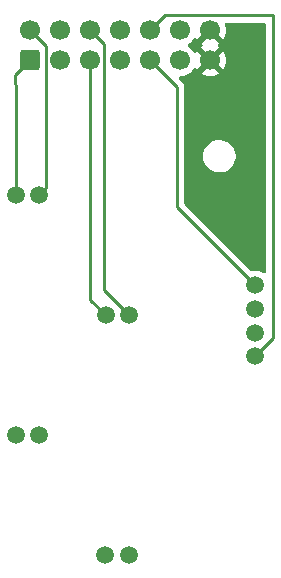
<source format=gbr>
%TF.GenerationSoftware,KiCad,Pcbnew,8.0.3*%
%TF.CreationDate,2024-07-16T15:02:39-04:00*%
%TF.ProjectId,Pheripheral-Scout,50686572-6970-4686-9572-616c2d53636f,rev?*%
%TF.SameCoordinates,Original*%
%TF.FileFunction,Copper,L1,Top*%
%TF.FilePolarity,Positive*%
%FSLAX46Y46*%
G04 Gerber Fmt 4.6, Leading zero omitted, Abs format (unit mm)*
G04 Created by KiCad (PCBNEW 8.0.3) date 2024-07-16 15:02:39*
%MOMM*%
%LPD*%
G01*
G04 APERTURE LIST*
G04 Aperture macros list*
%AMRoundRect*
0 Rectangle with rounded corners*
0 $1 Rounding radius*
0 $2 $3 $4 $5 $6 $7 $8 $9 X,Y pos of 4 corners*
0 Add a 4 corners polygon primitive as box body*
4,1,4,$2,$3,$4,$5,$6,$7,$8,$9,$2,$3,0*
0 Add four circle primitives for the rounded corners*
1,1,$1+$1,$2,$3*
1,1,$1+$1,$4,$5*
1,1,$1+$1,$6,$7*
1,1,$1+$1,$8,$9*
0 Add four rect primitives between the rounded corners*
20,1,$1+$1,$2,$3,$4,$5,0*
20,1,$1+$1,$4,$5,$6,$7,0*
20,1,$1+$1,$6,$7,$8,$9,0*
20,1,$1+$1,$8,$9,$2,$3,0*%
G04 Aperture macros list end*
%TA.AperFunction,ComponentPad*%
%ADD10C,1.500000*%
%TD*%
%TA.AperFunction,ComponentPad*%
%ADD11RoundRect,0.250000X0.600000X-0.600000X0.600000X0.600000X-0.600000X0.600000X-0.600000X-0.600000X0*%
%TD*%
%TA.AperFunction,ComponentPad*%
%ADD12C,1.700000*%
%TD*%
%TA.AperFunction,Conductor*%
%ADD13C,0.250000*%
%TD*%
G04 APERTURE END LIST*
D10*
%TO.P,J5,1*%
%TO.N,/2B*%
X124460000Y-93980000D03*
%TO.P,J5,2*%
%TO.N,/2A*%
X124460000Y-95980000D03*
%TO.P,J5,3*%
%TO.N,/1A*%
X124460000Y-97980000D03*
%TO.P,J5,4*%
%TO.N,/1B*%
X124460000Y-99980000D03*
%TD*%
%TO.P,J2,1*%
%TO.N,/BL_Cathode*%
X104180000Y-106680000D03*
%TO.P,J2,2*%
%TO.N,/BL_Anode*%
X106180000Y-106680000D03*
%TD*%
%TO.P,J3,1*%
%TO.N,/S1P1*%
X111800000Y-96520000D03*
%TO.P,J3,2*%
%TO.N,/S1P2*%
X113800000Y-96520000D03*
%TD*%
D11*
%TO.P,J6,1,Pin_1*%
%TO.N,/TL_Cathode*%
X105410000Y-74930000D03*
D12*
%TO.P,J6,2,Pin_2*%
%TO.N,/TL_Anode*%
X105410000Y-72390000D03*
%TO.P,J6,3,Pin_3*%
%TO.N,/BL_Cathode*%
X107950000Y-74930000D03*
%TO.P,J6,4,Pin_4*%
%TO.N,/BL_Anode*%
X107950000Y-72390000D03*
%TO.P,J6,5,Pin_5*%
%TO.N,/S1P1*%
X110490000Y-74930000D03*
%TO.P,J6,6,Pin_6*%
%TO.N,/S1P2*%
X110490000Y-72390000D03*
%TO.P,J6,7,Pin_7*%
%TO.N,/S2P1*%
X113030000Y-74930000D03*
%TO.P,J6,8,Pin_8*%
%TO.N,/S2P2*%
X113030000Y-72390000D03*
%TO.P,J6,9,Pin_9*%
%TO.N,/2B*%
X115570000Y-74930000D03*
%TO.P,J6,10,Pin_10*%
%TO.N,/1B*%
X115570000Y-72390000D03*
%TO.P,J6,11,Pin_11*%
%TO.N,/2A*%
X118110000Y-74930000D03*
%TO.P,J6,12,Pin_12*%
%TO.N,/1A*%
X118110000Y-72390000D03*
%TO.P,J6,13,Pin_13*%
%TO.N,GND*%
X120650000Y-74930000D03*
%TO.P,J6,14,Pin_14*%
X120650000Y-72390000D03*
%TD*%
D10*
%TO.P,J4,1*%
%TO.N,/S2P1*%
X111760000Y-116840000D03*
%TO.P,J4,2*%
%TO.N,/S2P2*%
X113760000Y-116840000D03*
%TD*%
%TO.P,J1,1*%
%TO.N,/TL_Cathode*%
X104180000Y-86360000D03*
%TO.P,J1,2*%
%TO.N,/TL_Anode*%
X106180000Y-86360000D03*
%TD*%
D13*
%TO.N,/S1P2*%
X111665000Y-73565000D02*
X111665000Y-94385000D01*
X110490000Y-72390000D02*
X111665000Y-73565000D01*
X111665000Y-94385000D02*
X113800000Y-96520000D01*
%TO.N,/2B*%
X117856000Y-87376000D02*
X124460000Y-93980000D01*
X115570000Y-74930000D02*
X117856000Y-77216000D01*
X117856000Y-77216000D02*
X117856000Y-87376000D01*
%TO.N,/TL_Anode*%
X106775000Y-73755000D02*
X106775000Y-85765000D01*
X105410000Y-72390000D02*
X106775000Y-73755000D01*
X106775000Y-85765000D02*
X106180000Y-86360000D01*
%TO.N,/TL_Cathode*%
X104140000Y-76200000D02*
X104140000Y-76962000D01*
X104180000Y-77002000D02*
X104180000Y-86360000D01*
X105410000Y-74930000D02*
X104140000Y-76200000D01*
X104140000Y-76962000D02*
X104180000Y-77002000D01*
%TO.N,/S1P1*%
X110490000Y-95210000D02*
X111800000Y-96520000D01*
X110490000Y-74930000D02*
X110490000Y-95210000D01*
%TO.N,/1B*%
X125984000Y-98456000D02*
X124460000Y-99980000D01*
X125984000Y-71120000D02*
X125984000Y-98456000D01*
X116840000Y-71120000D02*
X125984000Y-71120000D01*
X115570000Y-72390000D02*
X116840000Y-71120000D01*
%TD*%
%TA.AperFunction,Conductor*%
%TO.N,GND*%
G36*
X125301539Y-71765185D02*
G01*
X125347294Y-71817989D01*
X125358500Y-71869500D01*
X125358500Y-92844355D01*
X125338815Y-92911394D01*
X125286011Y-92957149D01*
X125216853Y-92967093D01*
X125163377Y-92945930D01*
X125087643Y-92892900D01*
X125087639Y-92892898D01*
X124983538Y-92844355D01*
X124889330Y-92800425D01*
X124889326Y-92800424D01*
X124889322Y-92800422D01*
X124677977Y-92743793D01*
X124460002Y-92724723D01*
X124459998Y-92724723D01*
X124314682Y-92737436D01*
X124242023Y-92743793D01*
X124242021Y-92743793D01*
X124242017Y-92743794D01*
X124205775Y-92753505D01*
X124135925Y-92751842D01*
X124086002Y-92721411D01*
X118517819Y-87153228D01*
X118484334Y-87091905D01*
X118481500Y-87065547D01*
X118481500Y-83039995D01*
X120062515Y-83039995D01*
X120062515Y-83040000D01*
X120082326Y-83272790D01*
X120141199Y-83498894D01*
X120237432Y-83711787D01*
X120237437Y-83711795D01*
X120368265Y-83905362D01*
X120529930Y-84074040D01*
X120529931Y-84074041D01*
X120717769Y-84212966D01*
X120717771Y-84212967D01*
X120717774Y-84212969D01*
X120926396Y-84318154D01*
X121149792Y-84386568D01*
X121381538Y-84416244D01*
X121614965Y-84406328D01*
X121843359Y-84357106D01*
X122060149Y-84269992D01*
X122259099Y-84147494D01*
X122434484Y-83993136D01*
X122581260Y-83811357D01*
X122695204Y-83607388D01*
X122773038Y-83387096D01*
X122812523Y-83156819D01*
X122815000Y-83040000D01*
X122812523Y-82923181D01*
X122773038Y-82692904D01*
X122695204Y-82472612D01*
X122695203Y-82472609D01*
X122581259Y-82268642D01*
X122434484Y-82086864D01*
X122434480Y-82086860D01*
X122342557Y-82005958D01*
X122259099Y-81932506D01*
X122060149Y-81810008D01*
X121843359Y-81722894D01*
X121843360Y-81722894D01*
X121614963Y-81673671D01*
X121381540Y-81663755D01*
X121149795Y-81693431D01*
X120926396Y-81761846D01*
X120926390Y-81761849D01*
X120717769Y-81867033D01*
X120529931Y-82005958D01*
X120529930Y-82005959D01*
X120368265Y-82174637D01*
X120237437Y-82368204D01*
X120237432Y-82368212D01*
X120141199Y-82581105D01*
X120082326Y-82807209D01*
X120062515Y-83039995D01*
X118481500Y-83039995D01*
X118481500Y-77154396D01*
X118481500Y-77154394D01*
X118479523Y-77144457D01*
X118479523Y-77144452D01*
X118479522Y-77144453D01*
X118479522Y-77144452D01*
X118457463Y-77033549D01*
X118453344Y-77023606D01*
X118410311Y-76919714D01*
X118410309Y-76919712D01*
X118410309Y-76919710D01*
X118341858Y-76817267D01*
X118341855Y-76817263D01*
X118251637Y-76727045D01*
X118251606Y-76727016D01*
X118021930Y-76497340D01*
X117988445Y-76436017D01*
X117993429Y-76366325D01*
X118035301Y-76310392D01*
X118100765Y-76285975D01*
X118109611Y-76285659D01*
X118110001Y-76285659D01*
X118149234Y-76282226D01*
X118345408Y-76265063D01*
X118573663Y-76203903D01*
X118787830Y-76104035D01*
X118981401Y-75968495D01*
X119148495Y-75801401D01*
X119278732Y-75615403D01*
X119333307Y-75571780D01*
X119402805Y-75564586D01*
X119465160Y-75596109D01*
X119481880Y-75615405D01*
X119535073Y-75691373D01*
X120167037Y-75059409D01*
X120184075Y-75122993D01*
X120249901Y-75237007D01*
X120342993Y-75330099D01*
X120457007Y-75395925D01*
X120520590Y-75412962D01*
X119888625Y-76044925D01*
X119972421Y-76103599D01*
X120186507Y-76203429D01*
X120186516Y-76203433D01*
X120414673Y-76264567D01*
X120414684Y-76264569D01*
X120649998Y-76285157D01*
X120650002Y-76285157D01*
X120885315Y-76264569D01*
X120885326Y-76264567D01*
X121113483Y-76203433D01*
X121113492Y-76203429D01*
X121327578Y-76103600D01*
X121327582Y-76103598D01*
X121411373Y-76044926D01*
X121411373Y-76044925D01*
X120779409Y-75412962D01*
X120842993Y-75395925D01*
X120957007Y-75330099D01*
X121050099Y-75237007D01*
X121115925Y-75122993D01*
X121132962Y-75059410D01*
X121764925Y-75691373D01*
X121764926Y-75691373D01*
X121823598Y-75607582D01*
X121823600Y-75607578D01*
X121923429Y-75393492D01*
X121923433Y-75393483D01*
X121984567Y-75165326D01*
X121984569Y-75165315D01*
X122005157Y-74930001D01*
X122005157Y-74929998D01*
X121984569Y-74694684D01*
X121984567Y-74694673D01*
X121923433Y-74466516D01*
X121923429Y-74466507D01*
X121823600Y-74252423D01*
X121823599Y-74252421D01*
X121764925Y-74168626D01*
X121764925Y-74168625D01*
X121132962Y-74800589D01*
X121115925Y-74737007D01*
X121050099Y-74622993D01*
X120957007Y-74529901D01*
X120842993Y-74464075D01*
X120779410Y-74447037D01*
X121411373Y-73815073D01*
X121334969Y-73761576D01*
X121291344Y-73706999D01*
X121284150Y-73637501D01*
X121315672Y-73575146D01*
X121334968Y-73558425D01*
X121411373Y-73504925D01*
X120779409Y-72872962D01*
X120842993Y-72855925D01*
X120957007Y-72790099D01*
X121050099Y-72697007D01*
X121115925Y-72582993D01*
X121132962Y-72519410D01*
X121764925Y-73151373D01*
X121764926Y-73151373D01*
X121823598Y-73067582D01*
X121823600Y-73067578D01*
X121923429Y-72853492D01*
X121923433Y-72853483D01*
X121984567Y-72625326D01*
X121984569Y-72625315D01*
X122005157Y-72390001D01*
X122005157Y-72389998D01*
X121984569Y-72154684D01*
X121984567Y-72154673D01*
X121923433Y-71926516D01*
X121923428Y-71926502D01*
X121921284Y-71921904D01*
X121910792Y-71852827D01*
X121939312Y-71789043D01*
X121997789Y-71750804D01*
X122033666Y-71745500D01*
X125234500Y-71745500D01*
X125301539Y-71765185D01*
G37*
%TD.AperFunction*%
%TA.AperFunction,Conductor*%
G36*
X120184075Y-72582993D02*
G01*
X120249901Y-72697007D01*
X120342993Y-72790099D01*
X120457007Y-72855925D01*
X120520590Y-72872962D01*
X119888625Y-73504925D01*
X119965031Y-73558425D01*
X120008655Y-73613002D01*
X120015848Y-73682501D01*
X119984326Y-73744855D01*
X119965029Y-73761576D01*
X119888625Y-73815072D01*
X120520590Y-74447037D01*
X120457007Y-74464075D01*
X120342993Y-74529901D01*
X120249901Y-74622993D01*
X120184075Y-74737007D01*
X120167037Y-74800590D01*
X119535073Y-74168626D01*
X119481881Y-74244594D01*
X119427304Y-74288219D01*
X119357806Y-74295413D01*
X119295451Y-74263891D01*
X119278730Y-74244594D01*
X119148494Y-74058597D01*
X118981402Y-73891506D01*
X118981396Y-73891501D01*
X118795842Y-73761575D01*
X118752217Y-73706998D01*
X118745023Y-73637500D01*
X118776546Y-73575145D01*
X118795842Y-73558425D01*
X118896683Y-73487815D01*
X118981401Y-73428495D01*
X119148495Y-73261401D01*
X119278732Y-73075403D01*
X119333307Y-73031780D01*
X119402805Y-73024586D01*
X119465160Y-73056109D01*
X119481880Y-73075405D01*
X119535073Y-73151373D01*
X120167037Y-72519408D01*
X120184075Y-72582993D01*
G37*
%TD.AperFunction*%
%TD*%
M02*

</source>
